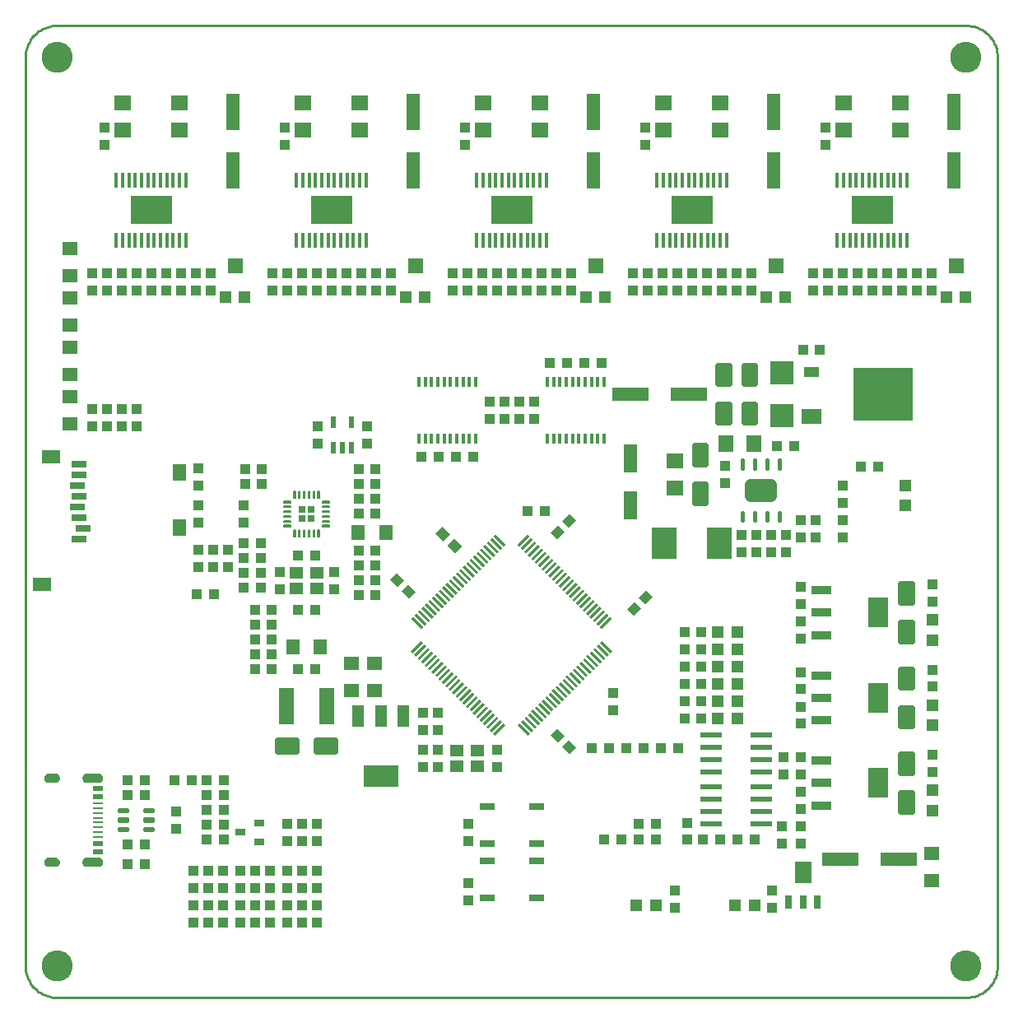
<source format=gbr>
G04 EAGLE Gerber RS-274X export*
G75*
%MOMM*%
%FSLAX34Y34*%
%LPD*%
%INGPT*%
%IPPOS*%
%AMOC8*
5,1,8,0,0,1.08239X$1,22.5*%
G01*
%ADD10R,2.095500X1.524000*%
%ADD11R,0.270000X1.500000*%
%ADD12R,1.500000X0.270000*%
%ADD13R,1.400000X1.200000*%
%ADD14R,1.000000X1.100000*%
%ADD15R,1.100000X1.000000*%
%ADD16R,1.600000X1.400000*%
%ADD17R,1.524000X0.762000*%
%ADD18R,1.200000X1.200000*%
%ADD19R,0.426000X1.650000*%
%ADD20R,4.320000X3.000000*%
%ADD21R,1.800000X1.600000*%
%ADD22R,0.304800X0.990600*%
%ADD23C,0.140000*%
%ADD24R,0.650000X0.650000*%
%ADD25R,1.400000X1.600000*%
%ADD26R,0.550000X1.200000*%
%ADD27R,1.219200X2.235200*%
%ADD28R,3.600000X2.200000*%
%ADD29R,3.800000X1.400000*%
%ADD30R,2.150000X0.950000*%
%ADD31R,2.150000X3.150000*%
%ADD32C,0.510000*%
%ADD33R,1.400000X3.800000*%
%ADD34R,1.400000X1.800000*%
%ADD35R,1.900000X1.400000*%
%ADD36R,1.500000X0.800000*%
%ADD37R,2.200000X0.600000*%
%ADD38R,0.800000X1.400000*%
%ADD39R,1.800000X2.200000*%
%ADD40R,6.200000X5.400000*%
%ADD41R,1.600000X1.000000*%
%ADD42R,2.400000X2.400000*%
%ADD43R,1.400000X3.000000*%
%ADD44C,0.363000*%
%ADD45R,1.016000X0.635000*%
%ADD46R,1.600000X1.500000*%
%ADD47R,1.500000X3.700000*%
%ADD48R,1.600000X1.800000*%
%ADD49C,0.250000*%
%ADD50C,1.200000*%
%ADD51R,2.500000X3.200000*%
%ADD52R,1.000000X0.280000*%
%ADD53R,1.000000X0.560000*%
%ADD54C,0.254000*%

G36*
X470073Y454133D02*
X470073Y454133D01*
X470103Y454141D01*
X470203Y454156D01*
X472769Y454844D01*
X472798Y454857D01*
X472894Y454889D01*
X475302Y456012D01*
X475328Y456030D01*
X475417Y456078D01*
X477593Y457602D01*
X477615Y457624D01*
X477694Y457687D01*
X479573Y459566D01*
X479591Y459591D01*
X479658Y459667D01*
X481182Y461843D01*
X481182Y461844D01*
X481186Y461851D01*
X481195Y461872D01*
X481248Y461958D01*
X482371Y464366D01*
X482379Y464396D01*
X482416Y464491D01*
X483104Y467057D01*
X483107Y467088D01*
X483127Y467187D01*
X483358Y469834D01*
X483356Y469865D01*
X483357Y469907D01*
X483359Y469924D01*
X483358Y469931D01*
X483358Y469966D01*
X483127Y472613D01*
X483119Y472643D01*
X483104Y472743D01*
X482416Y475309D01*
X482403Y475338D01*
X482371Y475434D01*
X481248Y477842D01*
X481230Y477868D01*
X481182Y477957D01*
X479658Y480133D01*
X479636Y480155D01*
X479573Y480234D01*
X477694Y482113D01*
X477669Y482131D01*
X477593Y482198D01*
X475417Y483722D01*
X475388Y483735D01*
X475302Y483788D01*
X472894Y484911D01*
X472864Y484919D01*
X472769Y484956D01*
X470203Y485644D01*
X470172Y485647D01*
X470073Y485667D01*
X467426Y485898D01*
X467395Y485896D01*
X467294Y485898D01*
X464647Y485667D01*
X464617Y485659D01*
X464517Y485644D01*
X461951Y484956D01*
X461922Y484943D01*
X461826Y484911D01*
X459418Y483788D01*
X459392Y483770D01*
X459303Y483722D01*
X457127Y482198D01*
X457105Y482176D01*
X457026Y482113D01*
X455147Y480234D01*
X455129Y480209D01*
X455062Y480133D01*
X453538Y477957D01*
X453525Y477929D01*
X453522Y477926D01*
X453518Y477918D01*
X453472Y477842D01*
X452349Y475434D01*
X452341Y475404D01*
X452304Y475309D01*
X451616Y472743D01*
X451613Y472712D01*
X451593Y472613D01*
X451362Y469966D01*
X451364Y469935D01*
X451362Y469855D01*
X451361Y469846D01*
X451362Y469842D01*
X451362Y469834D01*
X451593Y467187D01*
X451601Y467157D01*
X451616Y467057D01*
X452304Y464491D01*
X452317Y464462D01*
X452349Y464366D01*
X453472Y461958D01*
X453490Y461932D01*
X453538Y461843D01*
X455062Y459667D01*
X455084Y459645D01*
X455147Y459566D01*
X457026Y457687D01*
X457051Y457669D01*
X457127Y457602D01*
X459303Y456078D01*
X459332Y456065D01*
X459418Y456012D01*
X461826Y454889D01*
X461856Y454881D01*
X461951Y454844D01*
X464517Y454156D01*
X464548Y454153D01*
X464647Y454133D01*
X467294Y453902D01*
X467325Y453904D01*
X467426Y453902D01*
X470073Y454133D01*
G37*
G36*
X-464647Y454133D02*
X-464647Y454133D01*
X-464617Y454141D01*
X-464517Y454156D01*
X-461951Y454844D01*
X-461922Y454857D01*
X-461826Y454889D01*
X-459418Y456012D01*
X-459392Y456030D01*
X-459303Y456078D01*
X-457127Y457602D01*
X-457105Y457624D01*
X-457026Y457687D01*
X-455147Y459566D01*
X-455129Y459591D01*
X-455062Y459667D01*
X-453538Y461843D01*
X-453538Y461844D01*
X-453534Y461851D01*
X-453525Y461872D01*
X-453472Y461958D01*
X-452349Y464366D01*
X-452341Y464396D01*
X-452304Y464491D01*
X-451616Y467057D01*
X-451613Y467088D01*
X-451593Y467187D01*
X-451362Y469834D01*
X-451364Y469865D01*
X-451363Y469907D01*
X-451361Y469924D01*
X-451362Y469931D01*
X-451362Y469966D01*
X-451593Y472613D01*
X-451601Y472643D01*
X-451616Y472743D01*
X-452304Y475309D01*
X-452317Y475338D01*
X-452349Y475434D01*
X-453472Y477842D01*
X-453490Y477868D01*
X-453538Y477957D01*
X-455062Y480133D01*
X-455084Y480155D01*
X-455147Y480234D01*
X-457026Y482113D01*
X-457051Y482131D01*
X-457127Y482198D01*
X-459303Y483722D01*
X-459332Y483735D01*
X-459418Y483788D01*
X-461826Y484911D01*
X-461856Y484919D01*
X-461951Y484956D01*
X-464517Y485644D01*
X-464548Y485647D01*
X-464647Y485667D01*
X-467294Y485898D01*
X-467325Y485896D01*
X-467426Y485898D01*
X-470073Y485667D01*
X-470103Y485659D01*
X-470203Y485644D01*
X-472769Y484956D01*
X-472798Y484943D01*
X-472894Y484911D01*
X-475302Y483788D01*
X-475328Y483770D01*
X-475417Y483722D01*
X-477593Y482198D01*
X-477615Y482176D01*
X-477694Y482113D01*
X-479573Y480234D01*
X-479591Y480209D01*
X-479658Y480133D01*
X-481182Y477957D01*
X-481195Y477929D01*
X-481198Y477926D01*
X-481202Y477918D01*
X-481248Y477842D01*
X-482371Y475434D01*
X-482379Y475404D01*
X-482416Y475309D01*
X-483104Y472743D01*
X-483107Y472712D01*
X-483127Y472613D01*
X-483358Y469966D01*
X-483356Y469935D01*
X-483358Y469855D01*
X-483359Y469846D01*
X-483358Y469842D01*
X-483358Y469834D01*
X-483127Y467187D01*
X-483119Y467157D01*
X-483104Y467057D01*
X-482416Y464491D01*
X-482403Y464462D01*
X-482371Y464366D01*
X-481248Y461958D01*
X-481230Y461932D01*
X-481182Y461843D01*
X-479658Y459667D01*
X-479636Y459645D01*
X-479573Y459566D01*
X-477694Y457687D01*
X-477669Y457669D01*
X-477593Y457602D01*
X-475417Y456078D01*
X-475388Y456065D01*
X-475302Y456012D01*
X-472894Y454889D01*
X-472864Y454881D01*
X-472769Y454844D01*
X-470203Y454156D01*
X-470172Y454153D01*
X-470073Y454133D01*
X-467426Y453902D01*
X-467395Y453904D01*
X-467294Y453902D01*
X-464647Y454133D01*
G37*
G36*
X-464647Y-480587D02*
X-464647Y-480587D01*
X-464617Y-480579D01*
X-464517Y-480564D01*
X-461951Y-479876D01*
X-461922Y-479863D01*
X-461826Y-479831D01*
X-459418Y-478708D01*
X-459392Y-478690D01*
X-459303Y-478642D01*
X-457127Y-477118D01*
X-457105Y-477096D01*
X-457026Y-477033D01*
X-455147Y-475154D01*
X-455129Y-475129D01*
X-455062Y-475053D01*
X-453538Y-472877D01*
X-453538Y-472876D01*
X-453534Y-472869D01*
X-453525Y-472848D01*
X-453472Y-472762D01*
X-452349Y-470354D01*
X-452341Y-470324D01*
X-452304Y-470229D01*
X-451616Y-467663D01*
X-451613Y-467632D01*
X-451593Y-467533D01*
X-451362Y-464886D01*
X-451364Y-464855D01*
X-451363Y-464813D01*
X-451361Y-464796D01*
X-451362Y-464789D01*
X-451362Y-464754D01*
X-451593Y-462107D01*
X-451601Y-462077D01*
X-451616Y-461977D01*
X-452304Y-459411D01*
X-452317Y-459382D01*
X-452349Y-459286D01*
X-453472Y-456878D01*
X-453490Y-456852D01*
X-453538Y-456763D01*
X-455062Y-454587D01*
X-455084Y-454565D01*
X-455147Y-454486D01*
X-457026Y-452607D01*
X-457051Y-452589D01*
X-457127Y-452522D01*
X-459303Y-450998D01*
X-459332Y-450985D01*
X-459418Y-450932D01*
X-461826Y-449809D01*
X-461856Y-449801D01*
X-461951Y-449764D01*
X-464517Y-449076D01*
X-464548Y-449073D01*
X-464647Y-449053D01*
X-467294Y-448822D01*
X-467325Y-448824D01*
X-467426Y-448822D01*
X-470073Y-449053D01*
X-470103Y-449061D01*
X-470203Y-449076D01*
X-472769Y-449764D01*
X-472798Y-449777D01*
X-472894Y-449809D01*
X-475302Y-450932D01*
X-475328Y-450950D01*
X-475417Y-450998D01*
X-477593Y-452522D01*
X-477615Y-452544D01*
X-477694Y-452607D01*
X-479573Y-454486D01*
X-479591Y-454511D01*
X-479658Y-454587D01*
X-481182Y-456763D01*
X-481195Y-456791D01*
X-481198Y-456794D01*
X-481202Y-456802D01*
X-481248Y-456878D01*
X-482371Y-459286D01*
X-482379Y-459316D01*
X-482416Y-459411D01*
X-483104Y-461977D01*
X-483107Y-462008D01*
X-483127Y-462107D01*
X-483358Y-464754D01*
X-483356Y-464785D01*
X-483358Y-464865D01*
X-483359Y-464874D01*
X-483358Y-464878D01*
X-483358Y-464886D01*
X-483127Y-467533D01*
X-483119Y-467563D01*
X-483104Y-467663D01*
X-482416Y-470229D01*
X-482403Y-470258D01*
X-482371Y-470354D01*
X-481248Y-472762D01*
X-481230Y-472788D01*
X-481182Y-472877D01*
X-479658Y-475053D01*
X-479636Y-475075D01*
X-479573Y-475154D01*
X-477694Y-477033D01*
X-477669Y-477051D01*
X-477593Y-477118D01*
X-475417Y-478642D01*
X-475388Y-478655D01*
X-475302Y-478708D01*
X-472894Y-479831D01*
X-472864Y-479839D01*
X-472769Y-479876D01*
X-470203Y-480564D01*
X-470172Y-480567D01*
X-470073Y-480587D01*
X-467426Y-480818D01*
X-467395Y-480816D01*
X-467294Y-480818D01*
X-464647Y-480587D01*
G37*
G36*
X470073Y-480587D02*
X470073Y-480587D01*
X470103Y-480579D01*
X470203Y-480564D01*
X472769Y-479876D01*
X472798Y-479863D01*
X472894Y-479831D01*
X475302Y-478708D01*
X475328Y-478690D01*
X475417Y-478642D01*
X477593Y-477118D01*
X477615Y-477096D01*
X477694Y-477033D01*
X479573Y-475154D01*
X479591Y-475129D01*
X479658Y-475053D01*
X481182Y-472877D01*
X481182Y-472876D01*
X481186Y-472869D01*
X481195Y-472848D01*
X481248Y-472762D01*
X482371Y-470354D01*
X482379Y-470324D01*
X482416Y-470229D01*
X483104Y-467663D01*
X483107Y-467632D01*
X483127Y-467533D01*
X483358Y-464886D01*
X483356Y-464855D01*
X483357Y-464813D01*
X483359Y-464796D01*
X483358Y-464789D01*
X483358Y-464754D01*
X483127Y-462107D01*
X483119Y-462077D01*
X483104Y-461977D01*
X482416Y-459411D01*
X482403Y-459382D01*
X482371Y-459286D01*
X481248Y-456878D01*
X481230Y-456852D01*
X481182Y-456763D01*
X479658Y-454587D01*
X479636Y-454565D01*
X479573Y-454486D01*
X477694Y-452607D01*
X477669Y-452589D01*
X477593Y-452522D01*
X475417Y-450998D01*
X475388Y-450985D01*
X475302Y-450932D01*
X472894Y-449809D01*
X472864Y-449801D01*
X472769Y-449764D01*
X470203Y-449076D01*
X470172Y-449073D01*
X470073Y-449053D01*
X467426Y-448822D01*
X467395Y-448824D01*
X467294Y-448822D01*
X464647Y-449053D01*
X464617Y-449061D01*
X464517Y-449076D01*
X461951Y-449764D01*
X461922Y-449777D01*
X461826Y-449809D01*
X459418Y-450932D01*
X459392Y-450950D01*
X459303Y-450998D01*
X457127Y-452522D01*
X457105Y-452544D01*
X457026Y-452607D01*
X455147Y-454486D01*
X455129Y-454511D01*
X455062Y-454587D01*
X453538Y-456763D01*
X453525Y-456791D01*
X453522Y-456794D01*
X453518Y-456802D01*
X453472Y-456878D01*
X452349Y-459286D01*
X452341Y-459316D01*
X452304Y-459411D01*
X451616Y-461977D01*
X451613Y-462008D01*
X451593Y-462107D01*
X451362Y-464754D01*
X451364Y-464785D01*
X451362Y-464865D01*
X451361Y-464874D01*
X451362Y-464878D01*
X451362Y-464886D01*
X451593Y-467533D01*
X451601Y-467563D01*
X451616Y-467663D01*
X452304Y-470229D01*
X452317Y-470258D01*
X452349Y-470354D01*
X453472Y-472762D01*
X453490Y-472788D01*
X453538Y-472877D01*
X455062Y-475053D01*
X455084Y-475075D01*
X455147Y-475154D01*
X457026Y-477033D01*
X457051Y-477051D01*
X457127Y-477118D01*
X459303Y-478642D01*
X459332Y-478655D01*
X459418Y-478708D01*
X461826Y-479831D01*
X461856Y-479839D01*
X461951Y-479876D01*
X464517Y-480564D01*
X464548Y-480567D01*
X464647Y-480587D01*
X467294Y-480818D01*
X467325Y-480816D01*
X467426Y-480818D01*
X470073Y-480587D01*
G37*
G36*
X-424835Y-363206D02*
X-424835Y-363206D01*
X-424832Y-363209D01*
X-423737Y-363029D01*
X-423731Y-363023D01*
X-423726Y-363026D01*
X-422698Y-362607D01*
X-422694Y-362600D01*
X-422689Y-362602D01*
X-421780Y-361965D01*
X-421778Y-361957D01*
X-421772Y-361957D01*
X-421028Y-361134D01*
X-421027Y-361126D01*
X-421021Y-361125D01*
X-420479Y-360157D01*
X-420480Y-360148D01*
X-420474Y-360146D01*
X-420161Y-359082D01*
X-420164Y-359074D01*
X-420159Y-359071D01*
X-420091Y-357963D01*
X-420095Y-357957D01*
X-420091Y-357953D01*
X-420261Y-356845D01*
X-420267Y-356839D01*
X-420264Y-356834D01*
X-420676Y-355792D01*
X-420683Y-355788D01*
X-420681Y-355783D01*
X-421315Y-354858D01*
X-421323Y-354856D01*
X-421322Y-354850D01*
X-422146Y-354090D01*
X-422154Y-354089D01*
X-422154Y-354083D01*
X-423126Y-353526D01*
X-423134Y-353527D01*
X-423136Y-353521D01*
X-424208Y-353194D01*
X-424216Y-353197D01*
X-424219Y-353192D01*
X-425336Y-353111D01*
X-425339Y-353112D01*
X-425340Y-353111D01*
X-437340Y-353111D01*
X-437343Y-353113D01*
X-437350Y-353113D01*
X-437351Y-353112D01*
X-438295Y-353331D01*
X-438301Y-353337D01*
X-438306Y-353335D01*
X-439178Y-353759D01*
X-439181Y-353766D01*
X-439187Y-353764D01*
X-439943Y-354371D01*
X-439945Y-354379D01*
X-439951Y-354379D01*
X-440552Y-355139D01*
X-440552Y-355148D01*
X-440558Y-355149D01*
X-440976Y-356024D01*
X-440974Y-356032D01*
X-440979Y-356034D01*
X-441192Y-356980D01*
X-441188Y-356987D01*
X-441193Y-356991D01*
X-441189Y-357960D01*
X-441189Y-357961D01*
X-441170Y-359029D01*
X-441165Y-359036D01*
X-441169Y-359040D01*
X-440913Y-360077D01*
X-440906Y-360082D01*
X-440909Y-360088D01*
X-440428Y-361042D01*
X-440421Y-361046D01*
X-440422Y-361051D01*
X-439741Y-361875D01*
X-439733Y-361876D01*
X-439733Y-361882D01*
X-438886Y-362533D01*
X-438878Y-362533D01*
X-438877Y-362539D01*
X-437906Y-362986D01*
X-437898Y-362984D01*
X-437896Y-362989D01*
X-436850Y-363208D01*
X-436843Y-363205D01*
X-436840Y-363209D01*
X-424840Y-363209D01*
X-424835Y-363206D01*
G37*
G36*
X-424835Y-276805D02*
X-424835Y-276805D01*
X-424832Y-276809D01*
X-423726Y-276616D01*
X-423721Y-276611D01*
X-423721Y-276610D01*
X-423716Y-276613D01*
X-422681Y-276180D01*
X-422677Y-276173D01*
X-422672Y-276175D01*
X-421759Y-275522D01*
X-421757Y-275514D01*
X-421751Y-275515D01*
X-421007Y-274676D01*
X-421006Y-274667D01*
X-421001Y-274667D01*
X-420462Y-273683D01*
X-420463Y-273675D01*
X-420462Y-273674D01*
X-420458Y-273673D01*
X-420457Y-273671D01*
X-420275Y-273030D01*
X-420151Y-272594D01*
X-420153Y-272589D01*
X-420151Y-272587D01*
X-420153Y-272585D01*
X-420149Y-272583D01*
X-420091Y-271463D01*
X-420094Y-271458D01*
X-420091Y-271455D01*
X-420209Y-270409D01*
X-420215Y-270403D01*
X-420211Y-270398D01*
X-420559Y-269404D01*
X-420566Y-269400D01*
X-420564Y-269395D01*
X-421124Y-268503D01*
X-421131Y-268501D01*
X-421131Y-268495D01*
X-421875Y-267751D01*
X-421883Y-267749D01*
X-421883Y-267744D01*
X-422775Y-267184D01*
X-422783Y-267184D01*
X-422784Y-267179D01*
X-423778Y-266831D01*
X-423786Y-266834D01*
X-423789Y-266829D01*
X-424835Y-266711D01*
X-424838Y-266713D01*
X-424840Y-266711D01*
X-436840Y-266711D01*
X-436843Y-266713D01*
X-436846Y-266713D01*
X-436848Y-266711D01*
X-437844Y-266869D01*
X-437850Y-266875D01*
X-437855Y-266872D01*
X-438791Y-267247D01*
X-438795Y-267254D01*
X-438801Y-267252D01*
X-439630Y-267826D01*
X-439633Y-267834D01*
X-439638Y-267833D01*
X-440319Y-268577D01*
X-440320Y-268586D01*
X-440326Y-268586D01*
X-440824Y-269463D01*
X-440823Y-269472D01*
X-440828Y-269474D01*
X-441016Y-270098D01*
X-441119Y-270439D01*
X-441118Y-270442D01*
X-441119Y-270443D01*
X-441116Y-270447D01*
X-441121Y-270450D01*
X-441189Y-271457D01*
X-441188Y-271459D01*
X-441189Y-271460D01*
X-441180Y-272541D01*
X-441175Y-272548D01*
X-441179Y-272552D01*
X-440930Y-273604D01*
X-440923Y-273609D01*
X-440926Y-273614D01*
X-440449Y-274584D01*
X-440441Y-274587D01*
X-440443Y-274593D01*
X-439762Y-275432D01*
X-439754Y-275434D01*
X-439754Y-275440D01*
X-438904Y-276106D01*
X-438895Y-276107D01*
X-438894Y-276112D01*
X-437917Y-276573D01*
X-437909Y-276571D01*
X-437906Y-276577D01*
X-436851Y-276808D01*
X-436843Y-276805D01*
X-436840Y-276809D01*
X-424840Y-276809D01*
X-424835Y-276805D01*
G37*
G36*
X-469636Y-363206D02*
X-469636Y-363206D01*
X-469634Y-363209D01*
X-468501Y-363059D01*
X-468495Y-363053D01*
X-468490Y-363056D01*
X-467420Y-362658D01*
X-467416Y-362651D01*
X-467410Y-362653D01*
X-466455Y-362026D01*
X-466452Y-362018D01*
X-466447Y-362019D01*
X-465655Y-361196D01*
X-465654Y-361188D01*
X-465648Y-361187D01*
X-465059Y-360208D01*
X-465060Y-360200D01*
X-465055Y-360198D01*
X-464699Y-359113D01*
X-464702Y-359105D01*
X-464697Y-359102D01*
X-464591Y-357965D01*
X-464596Y-357956D01*
X-464592Y-357951D01*
X-464799Y-356814D01*
X-464805Y-356808D01*
X-464802Y-356803D01*
X-465257Y-355741D01*
X-465264Y-355737D01*
X-465262Y-355731D01*
X-465942Y-354796D01*
X-465950Y-354794D01*
X-465949Y-354788D01*
X-466820Y-354028D01*
X-466828Y-354028D01*
X-466829Y-354022D01*
X-467848Y-353475D01*
X-467856Y-353476D01*
X-467858Y-353471D01*
X-468972Y-353164D01*
X-468980Y-353167D01*
X-468983Y-353162D01*
X-470138Y-353111D01*
X-470139Y-353112D01*
X-470140Y-353111D01*
X-476140Y-353111D01*
X-476143Y-353113D01*
X-476148Y-353113D01*
X-476149Y-353112D01*
X-477230Y-353324D01*
X-477235Y-353330D01*
X-477240Y-353327D01*
X-478246Y-353774D01*
X-478250Y-353781D01*
X-478256Y-353779D01*
X-479137Y-354439D01*
X-479140Y-354447D01*
X-479145Y-354447D01*
X-479858Y-355286D01*
X-479858Y-355294D01*
X-479864Y-355295D01*
X-480372Y-356272D01*
X-480371Y-356280D01*
X-480376Y-356282D01*
X-480654Y-357347D01*
X-480651Y-357355D01*
X-480655Y-357358D01*
X-480689Y-358459D01*
X-480686Y-358464D01*
X-480689Y-358467D01*
X-480534Y-359543D01*
X-480528Y-359548D01*
X-480531Y-359553D01*
X-480141Y-360567D01*
X-480134Y-360571D01*
X-480136Y-360577D01*
X-479529Y-361479D01*
X-479521Y-361481D01*
X-479522Y-361487D01*
X-478730Y-362231D01*
X-478722Y-362232D01*
X-478722Y-362238D01*
X-477784Y-362787D01*
X-477776Y-362786D01*
X-477774Y-362792D01*
X-476738Y-363119D01*
X-476730Y-363116D01*
X-476727Y-363121D01*
X-475644Y-363209D01*
X-475641Y-363207D01*
X-475640Y-363209D01*
X-469640Y-363209D01*
X-469636Y-363206D01*
G37*
G36*
X-469637Y-276807D02*
X-469637Y-276807D01*
X-469636Y-276809D01*
X-468543Y-276708D01*
X-468537Y-276703D01*
X-468532Y-276706D01*
X-467489Y-276365D01*
X-467484Y-276358D01*
X-467479Y-276360D01*
X-466538Y-275796D01*
X-466535Y-275788D01*
X-466529Y-275789D01*
X-465737Y-275029D01*
X-465736Y-275021D01*
X-465730Y-275020D01*
X-465128Y-274103D01*
X-465128Y-274095D01*
X-465123Y-274093D01*
X-464739Y-273065D01*
X-464741Y-273057D01*
X-464736Y-273054D01*
X-464591Y-271967D01*
X-464595Y-271959D01*
X-464591Y-271955D01*
X-464697Y-270818D01*
X-464702Y-270812D01*
X-464699Y-270807D01*
X-465055Y-269722D01*
X-465062Y-269717D01*
X-465059Y-269712D01*
X-465648Y-268733D01*
X-465656Y-268730D01*
X-465655Y-268724D01*
X-466447Y-267901D01*
X-466455Y-267900D01*
X-466455Y-267894D01*
X-467410Y-267267D01*
X-467418Y-267268D01*
X-467420Y-267262D01*
X-468490Y-266864D01*
X-468498Y-266866D01*
X-468501Y-266861D01*
X-469634Y-266711D01*
X-469637Y-266713D01*
X-469638Y-266713D01*
X-469640Y-266711D01*
X-475640Y-266711D01*
X-475643Y-266713D01*
X-475645Y-266713D01*
X-475646Y-266711D01*
X-476779Y-266861D01*
X-476785Y-266867D01*
X-476790Y-266864D01*
X-477860Y-267262D01*
X-477864Y-267269D01*
X-477870Y-267267D01*
X-478825Y-267894D01*
X-478828Y-267902D01*
X-478833Y-267901D01*
X-479625Y-268724D01*
X-479626Y-268732D01*
X-479632Y-268733D01*
X-480221Y-269712D01*
X-480220Y-269720D01*
X-480225Y-269722D01*
X-480581Y-270807D01*
X-480579Y-270815D01*
X-480583Y-270818D01*
X-480689Y-271955D01*
X-480685Y-271962D01*
X-480689Y-271967D01*
X-480544Y-273054D01*
X-480538Y-273060D01*
X-480541Y-273065D01*
X-480158Y-274093D01*
X-480151Y-274098D01*
X-480153Y-274103D01*
X-479550Y-275020D01*
X-479542Y-275023D01*
X-479543Y-275029D01*
X-478751Y-275789D01*
X-478743Y-275790D01*
X-478742Y-275796D01*
X-477801Y-276360D01*
X-477793Y-276359D01*
X-477791Y-276365D01*
X-476748Y-276706D01*
X-476740Y-276704D01*
X-476737Y-276708D01*
X-475645Y-276809D01*
X-475642Y-276807D01*
X-475640Y-276809D01*
X-469640Y-276809D01*
X-469637Y-276807D01*
G37*
D10*
X308928Y100330D03*
D11*
G36*
X8026Y-33490D02*
X6117Y-31581D01*
X16722Y-20976D01*
X18631Y-22885D01*
X8026Y-33490D01*
G37*
G36*
X11562Y-37025D02*
X9653Y-35116D01*
X20258Y-24511D01*
X22167Y-26420D01*
X11562Y-37025D01*
G37*
G36*
X15097Y-40561D02*
X13188Y-38652D01*
X23793Y-28047D01*
X25702Y-29956D01*
X15097Y-40561D01*
G37*
G36*
X18633Y-44096D02*
X16724Y-42187D01*
X27329Y-31582D01*
X29238Y-33491D01*
X18633Y-44096D01*
G37*
G36*
X22169Y-47632D02*
X20260Y-45723D01*
X30865Y-35118D01*
X32774Y-37027D01*
X22169Y-47632D01*
G37*
G36*
X25704Y-51167D02*
X23795Y-49258D01*
X34400Y-38653D01*
X36309Y-40562D01*
X25704Y-51167D01*
G37*
G36*
X29240Y-54703D02*
X27331Y-52794D01*
X37936Y-42189D01*
X39845Y-44098D01*
X29240Y-54703D01*
G37*
G36*
X32775Y-58239D02*
X30866Y-56330D01*
X41471Y-45725D01*
X43380Y-47634D01*
X32775Y-58239D01*
G37*
G36*
X36311Y-61774D02*
X34402Y-59865D01*
X45007Y-49260D01*
X46916Y-51169D01*
X36311Y-61774D01*
G37*
G36*
X39846Y-65310D02*
X37937Y-63401D01*
X48542Y-52796D01*
X50451Y-54705D01*
X39846Y-65310D01*
G37*
G36*
X43382Y-68845D02*
X41473Y-66936D01*
X52078Y-56331D01*
X53987Y-58240D01*
X43382Y-68845D01*
G37*
G36*
X46917Y-72381D02*
X45008Y-70472D01*
X55613Y-59867D01*
X57522Y-61776D01*
X46917Y-72381D01*
G37*
G36*
X50453Y-75916D02*
X48544Y-74007D01*
X59149Y-63402D01*
X61058Y-65311D01*
X50453Y-75916D01*
G37*
G36*
X53988Y-79452D02*
X52079Y-77543D01*
X62684Y-66938D01*
X64593Y-68847D01*
X53988Y-79452D01*
G37*
G36*
X57524Y-82987D02*
X55615Y-81078D01*
X66220Y-70473D01*
X68129Y-72382D01*
X57524Y-82987D01*
G37*
G36*
X61059Y-86523D02*
X59150Y-84614D01*
X69755Y-74009D01*
X71664Y-75918D01*
X61059Y-86523D01*
G37*
G36*
X64595Y-90058D02*
X62686Y-88149D01*
X73291Y-77544D01*
X75200Y-79453D01*
X64595Y-90058D01*
G37*
G36*
X68130Y-93594D02*
X66221Y-91685D01*
X76826Y-81080D01*
X78735Y-82989D01*
X68130Y-93594D01*
G37*
G36*
X71666Y-97129D02*
X69757Y-95220D01*
X80362Y-84615D01*
X82271Y-86524D01*
X71666Y-97129D01*
G37*
G36*
X75202Y-100665D02*
X73293Y-98756D01*
X83898Y-88151D01*
X85807Y-90060D01*
X75202Y-100665D01*
G37*
G36*
X78737Y-104200D02*
X76828Y-102291D01*
X87433Y-91686D01*
X89342Y-93595D01*
X78737Y-104200D01*
G37*
G36*
X82273Y-107736D02*
X80364Y-105827D01*
X90969Y-95222D01*
X92878Y-97131D01*
X82273Y-107736D01*
G37*
G36*
X85808Y-111272D02*
X83899Y-109363D01*
X94504Y-98758D01*
X96413Y-100667D01*
X85808Y-111272D01*
G37*
G36*
X89344Y-114807D02*
X87435Y-112898D01*
X98040Y-102293D01*
X99949Y-104202D01*
X89344Y-114807D01*
G37*
G36*
X92879Y-118343D02*
X90970Y-116434D01*
X101575Y-105829D01*
X103484Y-107738D01*
X92879Y-118343D01*
G37*
G36*
X-101575Y-143091D02*
X-103484Y-141182D01*
X-92879Y-130577D01*
X-90970Y-132486D01*
X-101575Y-143091D01*
G37*
G36*
X-98040Y-146627D02*
X-99949Y-144718D01*
X-89344Y-134113D01*
X-87435Y-136022D01*
X-98040Y-146627D01*
G37*
G36*
X-94504Y-150162D02*
X-96413Y-148253D01*
X-85808Y-137648D01*
X-83899Y-139557D01*
X-94504Y-150162D01*
G37*
G36*
X-90969Y-153698D02*
X-92878Y-151789D01*
X-82273Y-141184D01*
X-80364Y-143093D01*
X-90969Y-153698D01*
G37*
G36*
X-87433Y-157234D02*
X-89342Y-155325D01*
X-78737Y-144720D01*
X-76828Y-146629D01*
X-87433Y-157234D01*
G37*
G36*
X-83898Y-160769D02*
X-85807Y-158860D01*
X-75202Y-148255D01*
X-73293Y-150164D01*
X-83898Y-160769D01*
G37*
G36*
X-80362Y-164305D02*
X-82271Y-162396D01*
X-71666Y-151791D01*
X-69757Y-153700D01*
X-80362Y-164305D01*
G37*
G36*
X-76826Y-167840D02*
X-78735Y-165931D01*
X-68130Y-155326D01*
X-66221Y-157235D01*
X-76826Y-167840D01*
G37*
G36*
X-73291Y-171376D02*
X-75200Y-169467D01*
X-64595Y-158862D01*
X-62686Y-160771D01*
X-73291Y-171376D01*
G37*
G36*
X-69755Y-174911D02*
X-71664Y-173002D01*
X-61059Y-162397D01*
X-59150Y-164306D01*
X-69755Y-174911D01*
G37*
G36*
X-66220Y-178447D02*
X-68129Y-176538D01*
X-57524Y-165933D01*
X-55615Y-167842D01*
X-66220Y-178447D01*
G37*
G36*
X-62684Y-181982D02*
X-64593Y-180073D01*
X-53988Y-169468D01*
X-52079Y-171377D01*
X-62684Y-181982D01*
G37*
G36*
X-59149Y-185518D02*
X-61058Y-183609D01*
X-50453Y-173004D01*
X-48544Y-174913D01*
X-59149Y-185518D01*
G37*
G36*
X-55613Y-189053D02*
X-57522Y-187144D01*
X-46917Y-176539D01*
X-45008Y-178448D01*
X-55613Y-189053D01*
G37*
G36*
X-52078Y-192589D02*
X-53987Y-190680D01*
X-43382Y-180075D01*
X-41473Y-181984D01*
X-52078Y-192589D01*
G37*
G36*
X-48542Y-196124D02*
X-50451Y-194215D01*
X-39846Y-183610D01*
X-37937Y-185519D01*
X-48542Y-196124D01*
G37*
G36*
X-45007Y-199660D02*
X-46916Y-197751D01*
X-36311Y-187146D01*
X-34402Y-189055D01*
X-45007Y-199660D01*
G37*
G36*
X-41471Y-203195D02*
X-43380Y-201286D01*
X-32775Y-190681D01*
X-30866Y-192590D01*
X-41471Y-203195D01*
G37*
G36*
X-37936Y-206731D02*
X-39845Y-204822D01*
X-29240Y-194217D01*
X-27331Y-196126D01*
X-37936Y-206731D01*
G37*
G36*
X-34400Y-210267D02*
X-36309Y-208358D01*
X-25704Y-197753D01*
X-23795Y-199662D01*
X-34400Y-210267D01*
G37*
G36*
X-30865Y-213802D02*
X-32774Y-211893D01*
X-22169Y-201288D01*
X-20260Y-203197D01*
X-30865Y-213802D01*
G37*
G36*
X-27329Y-217338D02*
X-29238Y-215429D01*
X-18633Y-204824D01*
X-16724Y-206733D01*
X-27329Y-217338D01*
G37*
G36*
X-23793Y-220873D02*
X-25702Y-218964D01*
X-15097Y-208359D01*
X-13188Y-210268D01*
X-23793Y-220873D01*
G37*
G36*
X-20258Y-224409D02*
X-22167Y-222500D01*
X-11562Y-211895D01*
X-9653Y-213804D01*
X-20258Y-224409D01*
G37*
G36*
X-16722Y-227944D02*
X-18631Y-226035D01*
X-8026Y-215430D01*
X-6117Y-217339D01*
X-16722Y-227944D01*
G37*
D12*
G36*
X16722Y-227944D02*
X6117Y-217339D01*
X8026Y-215430D01*
X18631Y-226035D01*
X16722Y-227944D01*
G37*
G36*
X20258Y-224409D02*
X9653Y-213804D01*
X11562Y-211895D01*
X22167Y-222500D01*
X20258Y-224409D01*
G37*
G36*
X23793Y-220873D02*
X13188Y-210268D01*
X15097Y-208359D01*
X25702Y-218964D01*
X23793Y-220873D01*
G37*
G36*
X27329Y-217338D02*
X16724Y-206733D01*
X18633Y-204824D01*
X29238Y-215429D01*
X27329Y-217338D01*
G37*
G36*
X30865Y-213802D02*
X20260Y-203197D01*
X22169Y-201288D01*
X32774Y-211893D01*
X30865Y-213802D01*
G37*
G36*
X34400Y-210267D02*
X23795Y-199662D01*
X25704Y-197753D01*
X36309Y-208358D01*
X34400Y-210267D01*
G37*
G36*
X37936Y-206731D02*
X27331Y-196126D01*
X29240Y-194217D01*
X39845Y-204822D01*
X37936Y-206731D01*
G37*
G36*
X41471Y-203195D02*
X30866Y-192590D01*
X32775Y-190681D01*
X43380Y-201286D01*
X41471Y-203195D01*
G37*
G36*
X45007Y-199660D02*
X34402Y-189055D01*
X36311Y-187146D01*
X46916Y-197751D01*
X45007Y-199660D01*
G37*
G36*
X48542Y-196124D02*
X37937Y-185519D01*
X39846Y-183610D01*
X50451Y-194215D01*
X48542Y-196124D01*
G37*
G36*
X52078Y-192589D02*
X41473Y-181984D01*
X43382Y-180075D01*
X53987Y-190680D01*
X52078Y-192589D01*
G37*
G36*
X55613Y-189053D02*
X45008Y-178448D01*
X46917Y-176539D01*
X57522Y-187144D01*
X55613Y-189053D01*
G37*
G36*
X59149Y-185518D02*
X48544Y-174913D01*
X50453Y-173004D01*
X61058Y-183609D01*
X59149Y-185518D01*
G37*
G36*
X62684Y-181982D02*
X52079Y-171377D01*
X53988Y-169468D01*
X64593Y-180073D01*
X62684Y-181982D01*
G37*
G36*
X66220Y-178447D02*
X55615Y-167842D01*
X57524Y-165933D01*
X68129Y-176538D01*
X66220Y-178447D01*
G37*
G36*
X69755Y-174911D02*
X59150Y-164306D01*
X61059Y-162397D01*
X71664Y-173002D01*
X69755Y-174911D01*
G37*
G36*
X73291Y-171376D02*
X62686Y-160771D01*
X64595Y-158862D01*
X75200Y-169467D01*
X73291Y-171376D01*
G37*
G36*
X76826Y-167840D02*
X66221Y-157235D01*
X68130Y-155326D01*
X78735Y-165931D01*
X76826Y-167840D01*
G37*
G36*
X80362Y-164305D02*
X69757Y-153700D01*
X71666Y-151791D01*
X82271Y-162396D01*
X80362Y-164305D01*
G37*
G36*
X83898Y-160769D02*
X73293Y-150164D01*
X75202Y-148255D01*
X85807Y-158860D01*
X83898Y-160769D01*
G37*
G36*
X87433Y-157234D02*
X76828Y-146629D01*
X78737Y-144720D01*
X89342Y-155325D01*
X87433Y-157234D01*
G37*
G36*
X90969Y-153698D02*
X80364Y-143093D01*
X82273Y-141184D01*
X92878Y-151789D01*
X90969Y-153698D01*
G37*
G36*
X94504Y-150162D02*
X83899Y-139557D01*
X85808Y-137648D01*
X96413Y-148253D01*
X94504Y-150162D01*
G37*
G36*
X98040Y-146627D02*
X87435Y-136022D01*
X89344Y-134113D01*
X99949Y-144718D01*
X98040Y-146627D01*
G37*
G36*
X101575Y-143091D02*
X90970Y-132486D01*
X92879Y-130577D01*
X103484Y-141182D01*
X101575Y-143091D01*
G37*
G36*
X-8026Y-33490D02*
X-18631Y-22885D01*
X-16722Y-20976D01*
X-6117Y-31581D01*
X-8026Y-33490D01*
G37*
G36*
X-11562Y-37025D02*
X-22167Y-26420D01*
X-20258Y-24511D01*
X-9653Y-35116D01*
X-11562Y-37025D01*
G37*
G36*
X-15097Y-40561D02*
X-25702Y-29956D01*
X-23793Y-28047D01*
X-13188Y-38652D01*
X-15097Y-40561D01*
G37*
G36*
X-18633Y-44096D02*
X-29238Y-33491D01*
X-27329Y-31582D01*
X-16724Y-42187D01*
X-18633Y-44096D01*
G37*
G36*
X-22169Y-47632D02*
X-32774Y-37027D01*
X-30865Y-35118D01*
X-20260Y-45723D01*
X-22169Y-47632D01*
G37*
G36*
X-25704Y-51167D02*
X-36309Y-40562D01*
X-34400Y-38653D01*
X-23795Y-49258D01*
X-25704Y-51167D01*
G37*
G36*
X-29240Y-54703D02*
X-39845Y-44098D01*
X-37936Y-42189D01*
X-27331Y-52794D01*
X-29240Y-54703D01*
G37*
G36*
X-32775Y-58239D02*
X-43380Y-47634D01*
X-41471Y-45725D01*
X-30866Y-56330D01*
X-32775Y-58239D01*
G37*
G36*
X-36311Y-61774D02*
X-46916Y-51169D01*
X-45007Y-49260D01*
X-34402Y-59865D01*
X-36311Y-61774D01*
G37*
G36*
X-39846Y-65310D02*
X-50451Y-54705D01*
X-48542Y-52796D01*
X-37937Y-63401D01*
X-39846Y-65310D01*
G37*
G36*
X-43382Y-68845D02*
X-53987Y-58240D01*
X-52078Y-56331D01*
X-41473Y-66936D01*
X-43382Y-68845D01*
G37*
G36*
X-46917Y-72381D02*
X-57522Y-61776D01*
X-55613Y-59867D01*
X-45008Y-70472D01*
X-46917Y-72381D01*
G37*
G36*
X-50453Y-75916D02*
X-61058Y-65311D01*
X-59149Y-63402D01*
X-48544Y-74007D01*
X-50453Y-75916D01*
G37*
G36*
X-53988Y-79452D02*
X-64593Y-68847D01*
X-62684Y-66938D01*
X-52079Y-77543D01*
X-53988Y-79452D01*
G37*
G36*
X-57524Y-82987D02*
X-68129Y-72382D01*
X-66220Y-70473D01*
X-55615Y-81078D01*
X-57524Y-82987D01*
G37*
G36*
X-61059Y-86523D02*
X-71664Y-75918D01*
X-69755Y-74009D01*
X-59150Y-84614D01*
X-61059Y-86523D01*
G37*
G36*
X-64595Y-90058D02*
X-75200Y-79453D01*
X-73291Y-77544D01*
X-62686Y-88149D01*
X-64595Y-90058D01*
G37*
G36*
X-68130Y-93594D02*
X-78735Y-82989D01*
X-76826Y-81080D01*
X-66221Y-91685D01*
X-68130Y-93594D01*
G37*
G36*
X-71666Y-97129D02*
X-82271Y-86524D01*
X-80362Y-84615D01*
X-69757Y-95220D01*
X-71666Y-97129D01*
G37*
G36*
X-75202Y-100665D02*
X-85807Y-90060D01*
X-83898Y-88151D01*
X-73293Y-98756D01*
X-75202Y-100665D01*
G37*
G36*
X-78737Y-104200D02*
X-89342Y-93595D01*
X-87433Y-91686D01*
X-76828Y-102291D01*
X-78737Y-104200D01*
G37*
G36*
X-82273Y-107736D02*
X-92878Y-97131D01*
X-90969Y-95222D01*
X-80364Y-105827D01*
X-82273Y-107736D01*
G37*
G36*
X-85808Y-111272D02*
X-96413Y-100667D01*
X-94504Y-98758D01*
X-83899Y-109363D01*
X-85808Y-111272D01*
G37*
G36*
X-89344Y-114807D02*
X-99949Y-104202D01*
X-98040Y-102293D01*
X-87435Y-112898D01*
X-89344Y-114807D01*
G37*
G36*
X-92879Y-118343D02*
X-103484Y-107738D01*
X-101575Y-105829D01*
X-90970Y-116434D01*
X-92879Y-118343D01*
G37*
D13*
X-34720Y-259460D03*
X-56720Y-259460D03*
X-34720Y-243460D03*
X-56720Y-243460D03*
D14*
X-76200Y-259960D03*
X-76200Y-242960D03*
X-15240Y-242960D03*
X-15240Y-259960D03*
D15*
G36*
X130666Y-85783D02*
X138443Y-78006D01*
X145514Y-85077D01*
X137737Y-92854D01*
X130666Y-85783D01*
G37*
G36*
X118646Y-97803D02*
X126423Y-90026D01*
X133494Y-97097D01*
X125717Y-104874D01*
X118646Y-97803D01*
G37*
D14*
X104140Y-201540D03*
X104140Y-184540D03*
D15*
G36*
X58997Y-232266D02*
X66774Y-240043D01*
X59703Y-247114D01*
X51926Y-239337D01*
X58997Y-232266D01*
G37*
G36*
X46977Y-220246D02*
X54754Y-228023D01*
X47683Y-235094D01*
X39906Y-227317D01*
X46977Y-220246D01*
G37*
G36*
X-117417Y-75074D02*
X-125194Y-67297D01*
X-118123Y-60226D01*
X-110346Y-68003D01*
X-117417Y-75074D01*
G37*
G36*
X-105397Y-87094D02*
X-113174Y-79317D01*
X-106103Y-72246D01*
X-98326Y-80023D01*
X-105397Y-87094D01*
G37*
G36*
X-70427Y-28084D02*
X-78204Y-20307D01*
X-71133Y-13236D01*
X-63356Y-21013D01*
X-70427Y-28084D01*
G37*
G36*
X-58407Y-40104D02*
X-66184Y-32327D01*
X-59113Y-25256D01*
X-51336Y-33033D01*
X-58407Y-40104D01*
G37*
D14*
X-91440Y-259960D03*
X-91440Y-242960D03*
D16*
X-140970Y-153640D03*
X-140970Y-181640D03*
D14*
X-76200Y-204860D03*
X-76200Y-221860D03*
X-44450Y-397120D03*
X-44450Y-380120D03*
D15*
X-313300Y-304800D03*
X-296300Y-304800D03*
X-313300Y-289560D03*
X-296300Y-289560D03*
X-313300Y-274320D03*
X-296300Y-274320D03*
X-296300Y-320040D03*
X-313300Y-320040D03*
D14*
X-292100Y-37220D03*
X-292100Y-54220D03*
X-44450Y-319160D03*
X-44450Y-336160D03*
D15*
X82940Y-241300D03*
X99940Y-241300D03*
X118500Y-241300D03*
X135500Y-241300D03*
D17*
X-25400Y-356870D03*
X25400Y-356870D03*
X-25400Y-394970D03*
X25400Y-394970D03*
D18*
X232750Y-210820D03*
X211750Y-210820D03*
X232750Y-193040D03*
X211750Y-193040D03*
X232750Y-175260D03*
X211750Y-175260D03*
X232750Y-157480D03*
X211750Y-157480D03*
D15*
X195190Y-210820D03*
X178190Y-210820D03*
X195190Y-193040D03*
X178190Y-193040D03*
X195190Y-175260D03*
X178190Y-175260D03*
X195190Y-157480D03*
X178190Y-157480D03*
D14*
X-200660Y-336160D03*
X-200660Y-319160D03*
X-215900Y-319160D03*
X-215900Y-336160D03*
X-322580Y-54220D03*
X-322580Y-37220D03*
X-322580Y29600D03*
X-322580Y46600D03*
X-307340Y-54220D03*
X-307340Y-37220D03*
D17*
X25400Y-339090D03*
X-25400Y-339090D03*
X25400Y-300990D03*
X-25400Y-300990D03*
D15*
G36*
X51926Y-7043D02*
X59703Y734D01*
X66774Y-6337D01*
X58997Y-14114D01*
X51926Y-7043D01*
G37*
G36*
X39906Y-19063D02*
X47683Y-11286D01*
X54754Y-18357D01*
X46977Y-26134D01*
X39906Y-19063D01*
G37*
D16*
X-454660Y273080D03*
X-454660Y245080D03*
X-454660Y222280D03*
X-454660Y194280D03*
X-454660Y171480D03*
X-454660Y143480D03*
D15*
X-39760Y58420D03*
X-56760Y58420D03*
X-92320Y58420D03*
X-75320Y58420D03*
D19*
X-406590Y342920D03*
X-400090Y342920D03*
X-393590Y342920D03*
X-387090Y342920D03*
X-380590Y342920D03*
X-374090Y342920D03*
X-367590Y342920D03*
X-361090Y342920D03*
X-354590Y342920D03*
X-348090Y342920D03*
X-341590Y342920D03*
X-335090Y342920D03*
X-406590Y281920D03*
X-400090Y281920D03*
X-393590Y281920D03*
X-387090Y281920D03*
X-380590Y281920D03*
X-374090Y281920D03*
X-367590Y281920D03*
X-361090Y281920D03*
X-354590Y281920D03*
X-348090Y281920D03*
X-341590Y281920D03*
X-335090Y281920D03*
D20*
X-370840Y312420D03*
D14*
X-431800Y247260D03*
X-431800Y230260D03*
X-416560Y230260D03*
X-416560Y247260D03*
X-325120Y247260D03*
X-325120Y230260D03*
X-370840Y247260D03*
X-370840Y230260D03*
X-401320Y230260D03*
X-401320Y247260D03*
X-340360Y247260D03*
X-340360Y230260D03*
D21*
X-341630Y422940D03*
X-341630Y394940D03*
X-400050Y422940D03*
X-400050Y394940D03*
D19*
X-221170Y342920D03*
X-214670Y342920D03*
X-208170Y342920D03*
X-201670Y342920D03*
X-195170Y342920D03*
X-188670Y342920D03*
X-182170Y342920D03*
X-175670Y342920D03*
X-169170Y342920D03*
X-162670Y342920D03*
X-156170Y342920D03*
X-149670Y342920D03*
X-221170Y281920D03*
X-214670Y281920D03*
X-208170Y281920D03*
X-201670Y281920D03*
X-195170Y281920D03*
X-188670Y281920D03*
X-182170Y281920D03*
X-175670Y281920D03*
X-169170Y281920D03*
X-162670Y281920D03*
X-156170Y281920D03*
X-149670Y281920D03*
D20*
X-185420Y312420D03*
D14*
X-246380Y247260D03*
X-246380Y230260D03*
X-231140Y230260D03*
X-231140Y247260D03*
X-139700Y247260D03*
X-139700Y230260D03*
X-185420Y247260D03*
X-185420Y230260D03*
X-215900Y230260D03*
X-215900Y247260D03*
X-154940Y247260D03*
X-154940Y230260D03*
D21*
X-156210Y422940D03*
X-156210Y394940D03*
X-214630Y422940D03*
X-214630Y394940D03*
D19*
X-35750Y342920D03*
X-29250Y342920D03*
X-22750Y342920D03*
X-16250Y342920D03*
X-9750Y342920D03*
X-3250Y342920D03*
X3250Y342920D03*
X9750Y342920D03*
X16250Y342920D03*
X22750Y342920D03*
X29250Y342920D03*
X35750Y342920D03*
X-35750Y281920D03*
X-29250Y281920D03*
X-22750Y281920D03*
X-16250Y281920D03*
X-9750Y281920D03*
X-3250Y281920D03*
X3250Y281920D03*
X9750Y281920D03*
X16250Y281920D03*
X22750Y281920D03*
X29250Y281920D03*
X35750Y281920D03*
D20*
X0Y312420D03*
D14*
X-60960Y247260D03*
X-60960Y230260D03*
X-45720Y230260D03*
X-45720Y247260D03*
X45720Y247260D03*
X45720Y230260D03*
X0Y247260D03*
X0Y230260D03*
X-30480Y230260D03*
X-30480Y247260D03*
X30480Y247260D03*
X30480Y230260D03*
D21*
X29210Y422940D03*
X29210Y394940D03*
X-29210Y422940D03*
X-29210Y394940D03*
D19*
X149670Y342920D03*
X156170Y342920D03*
X162670Y342920D03*
X169170Y342920D03*
X175670Y342920D03*
X182170Y342920D03*
X188670Y342920D03*
X195170Y342920D03*
X201670Y342920D03*
X208170Y342920D03*
X214670Y342920D03*
X221170Y342920D03*
X149670Y281920D03*
X156170Y281920D03*
X162670Y281920D03*
X169170Y281920D03*
X175670Y281920D03*
X182170Y281920D03*
X188670Y281920D03*
X195170Y281920D03*
X201670Y281920D03*
X208170Y281920D03*
X214670Y281920D03*
X221170Y281920D03*
D20*
X185420Y312420D03*
D14*
X124460Y247260D03*
X124460Y230260D03*
X139700Y230260D03*
X139700Y247260D03*
X231140Y247260D03*
X231140Y230260D03*
X185420Y247260D03*
X185420Y230260D03*
X154940Y230260D03*
X154940Y247260D03*
X215900Y247260D03*
X215900Y230260D03*
D21*
X214630Y422940D03*
X214630Y394940D03*
X156210Y422940D03*
X156210Y394940D03*
D16*
X-454660Y120680D03*
X-454660Y92680D03*
D14*
X-22860Y115180D03*
X-22860Y98180D03*
X-355600Y230260D03*
X-355600Y247260D03*
X-170180Y247260D03*
X-170180Y230260D03*
X15240Y247260D03*
X15240Y230260D03*
X200660Y247260D03*
X200660Y230260D03*
D22*
X-36790Y135858D03*
X-43290Y135858D03*
X-49790Y135858D03*
X-56290Y135858D03*
X-62790Y135858D03*
X-69290Y135858D03*
X-75790Y135858D03*
X-82290Y135858D03*
X-88790Y135858D03*
X-95290Y135858D03*
X-95290Y77502D03*
X-88790Y77502D03*
X-82290Y77502D03*
X-75790Y77502D03*
X-69290Y77502D03*
X-62790Y77502D03*
X-56290Y77502D03*
X-49790Y77502D03*
X-43290Y77502D03*
X-36790Y77502D03*
D14*
X7620Y115180D03*
X7620Y98180D03*
X-7620Y115180D03*
X-7620Y98180D03*
X-419100Y380120D03*
X-419100Y397120D03*
X-233680Y380120D03*
X-233680Y397120D03*
X137160Y380120D03*
X137160Y397120D03*
X-48260Y380120D03*
X-48260Y397120D03*
X-386080Y247260D03*
X-386080Y230260D03*
X-200660Y247260D03*
X-200660Y230260D03*
X-15240Y247260D03*
X-15240Y230260D03*
X170180Y247260D03*
X170180Y230260D03*
D23*
X-224020Y-16700D02*
X-224020Y-23300D01*
X-224020Y-16700D02*
X-222620Y-16700D01*
X-222620Y-23300D01*
X-224020Y-23300D01*
X-224020Y-21970D02*
X-222620Y-21970D01*
X-222620Y-20640D02*
X-224020Y-20640D01*
X-224020Y-19310D02*
X-222620Y-19310D01*
X-222620Y-17980D02*
X-224020Y-17980D01*
X-219020Y-16700D02*
X-219020Y-23300D01*
X-219020Y-16700D02*
X-217620Y-16700D01*
X-217620Y-23300D01*
X-219020Y-23300D01*
X-219020Y-21970D02*
X-217620Y-21970D01*
X-217620Y-20640D02*
X-219020Y-20640D01*
X-219020Y-19310D02*
X-217620Y-19310D01*
X-217620Y-17980D02*
X-219020Y-17980D01*
X-214020Y-16700D02*
X-214020Y-23300D01*
X-214020Y-16700D02*
X-212620Y-16700D01*
X-212620Y-23300D01*
X-214020Y-23300D01*
X-214020Y-21970D02*
X-212620Y-21970D01*
X-212620Y-20640D02*
X-214020Y-20640D01*
X-214020Y-19310D02*
X-212620Y-19310D01*
X-212620Y-17980D02*
X-214020Y-17980D01*
X-209020Y-16700D02*
X-209020Y-23300D01*
X-209020Y-16700D02*
X-207620Y-16700D01*
X-207620Y-23300D01*
X-209020Y-23300D01*
X-209020Y-21970D02*
X-207620Y-21970D01*
X-207620Y-20640D02*
X-209020Y-20640D01*
X-209020Y-19310D02*
X-207620Y-19310D01*
X-207620Y-17980D02*
X-209020Y-17980D01*
X-204020Y-16700D02*
X-204020Y-23300D01*
X-204020Y-16700D02*
X-202620Y-16700D01*
X-202620Y-23300D01*
X-204020Y-23300D01*
X-204020Y-21970D02*
X-202620Y-21970D01*
X-202620Y-20640D02*
X-204020Y-20640D01*
X-204020Y-19310D02*
X-202620Y-19310D01*
X-202620Y-17980D02*
X-204020Y-17980D01*
X-199020Y-16700D02*
X-199020Y-23300D01*
X-199020Y-16700D02*
X-197620Y-16700D01*
X-197620Y-23300D01*
X-199020Y-23300D01*
X-199020Y-21970D02*
X-197620Y-21970D01*
X-197620Y-20640D02*
X-199020Y-20640D01*
X-199020Y-19310D02*
X-197620Y-19310D01*
X-197620Y-17980D02*
X-199020Y-17980D01*
X-194120Y-11800D02*
X-187520Y-11800D01*
X-187520Y-13200D01*
X-194120Y-13200D01*
X-194120Y-11800D01*
X-194120Y-11870D02*
X-187520Y-11870D01*
X-187520Y-6800D02*
X-194120Y-6800D01*
X-187520Y-6800D02*
X-187520Y-8200D01*
X-194120Y-8200D01*
X-194120Y-6800D01*
X-194120Y-6870D02*
X-187520Y-6870D01*
X-187520Y-1800D02*
X-194120Y-1800D01*
X-187520Y-1800D02*
X-187520Y-3200D01*
X-194120Y-3200D01*
X-194120Y-1800D01*
X-194120Y-1870D02*
X-187520Y-1870D01*
X-187520Y3200D02*
X-194120Y3200D01*
X-187520Y3200D02*
X-187520Y1800D01*
X-194120Y1800D01*
X-194120Y3200D01*
X-194120Y3130D02*
X-187520Y3130D01*
X-187520Y8200D02*
X-194120Y8200D01*
X-187520Y8200D02*
X-187520Y6800D01*
X-194120Y6800D01*
X-194120Y8200D01*
X-194120Y8130D02*
X-187520Y8130D01*
X-187520Y13200D02*
X-194120Y13200D01*
X-187520Y13200D02*
X-187520Y11800D01*
X-194120Y11800D01*
X-194120Y13200D01*
X-194120Y13130D02*
X-187520Y13130D01*
X-197620Y16700D02*
X-197620Y23300D01*
X-197620Y16700D02*
X-199020Y16700D01*
X-199020Y23300D01*
X-197620Y23300D01*
X-197620Y18030D02*
X-199020Y18030D01*
X-199020Y19360D02*
X-197620Y19360D01*
X-197620Y20690D02*
X-199020Y20690D01*
X-199020Y22020D02*
X-197620Y22020D01*
X-202620Y23300D02*
X-202620Y16700D01*
X-204020Y16700D01*
X-204020Y23300D01*
X-202620Y23300D01*
X-202620Y18030D02*
X-204020Y18030D01*
X-204020Y19360D02*
X-202620Y19360D01*
X-202620Y20690D02*
X-204020Y20690D01*
X-204020Y22020D02*
X-202620Y22020D01*
X-207620Y23300D02*
X-207620Y16700D01*
X-209020Y16700D01*
X-209020Y23300D01*
X-207620Y23300D01*
X-207620Y18030D02*
X-209020Y18030D01*
X-209020Y19360D02*
X-207620Y19360D01*
X-207620Y20690D02*
X-209020Y20690D01*
X-209020Y22020D02*
X-207620Y22020D01*
X-212620Y23300D02*
X-212620Y16700D01*
X-214020Y16700D01*
X-214020Y23300D01*
X-212620Y23300D01*
X-212620Y18030D02*
X-214020Y18030D01*
X-214020Y19360D02*
X-212620Y19360D01*
X-212620Y20690D02*
X-214020Y20690D01*
X-214020Y22020D02*
X-212620Y22020D01*
X-217620Y23300D02*
X-217620Y16700D01*
X-219020Y16700D01*
X-219020Y23300D01*
X-217620Y23300D01*
X-217620Y18030D02*
X-219020Y18030D01*
X-219020Y19360D02*
X-217620Y19360D01*
X-217620Y20690D02*
X-219020Y20690D01*
X-219020Y22020D02*
X-217620Y22020D01*
X-222620Y23300D02*
X-222620Y16700D01*
X-224020Y16700D01*
X-224020Y23300D01*
X-222620Y23300D01*
X-222620Y18030D02*
X-224020Y18030D01*
X-224020Y19360D02*
X-222620Y19360D01*
X-222620Y20690D02*
X-224020Y20690D01*
X-224020Y22020D02*
X-222620Y22020D01*
X-227520Y11800D02*
X-234120Y11800D01*
X-234120Y13200D01*
X-227520Y13200D01*
X-227520Y11800D01*
X-227520Y13130D02*
X-234120Y13130D01*
X-234120Y6800D02*
X-227520Y6800D01*
X-234120Y6800D02*
X-234120Y8200D01*
X-227520Y8200D01*
X-227520Y6800D01*
X-227520Y8130D02*
X-234120Y8130D01*
X-234120Y1800D02*
X-227520Y1800D01*
X-234120Y1800D02*
X-234120Y3200D01*
X-227520Y3200D01*
X-227520Y1800D01*
X-227520Y3130D02*
X-234120Y3130D01*
X-234120Y-3200D02*
X-227520Y-3200D01*
X-234120Y-3200D02*
X-234120Y-1800D01*
X-227520Y-1800D01*
X-227520Y-3200D01*
X-227520Y-1870D02*
X-234120Y-1870D01*
X-234120Y-8200D02*
X-227520Y-8200D01*
X-234120Y-8200D02*
X-234120Y-6800D01*
X-227520Y-6800D01*
X-227520Y-8200D01*
X-227520Y-6870D02*
X-234120Y-6870D01*
X-234120Y-13200D02*
X-227520Y-13200D01*
X-234120Y-13200D02*
X-234120Y-11800D01*
X-227520Y-11800D01*
X-227520Y-13200D01*
X-227520Y-11870D02*
X-234120Y-11870D01*
D24*
X-215070Y4250D03*
X-206570Y4250D03*
X-215070Y-4250D03*
X-206570Y-4250D03*
D15*
X-157090Y45720D03*
X-140090Y45720D03*
X-202320Y-43180D03*
X-219320Y-43180D03*
D14*
X-275590Y8500D03*
X-275590Y-8500D03*
D13*
X-221820Y-60580D03*
X-199820Y-60580D03*
X-221820Y-76580D03*
X-199820Y-76580D03*
D14*
X-182880Y-60080D03*
X-182880Y-77080D03*
X-238760Y-77080D03*
X-238760Y-60080D03*
D15*
X-346320Y-274320D03*
X-329320Y-274320D03*
X-377580Y-274320D03*
X-394580Y-274320D03*
X-323460Y-82550D03*
X-306460Y-82550D03*
X-273930Y45720D03*
X-256930Y45720D03*
D25*
X-196820Y-137160D03*
X-224820Y-137160D03*
D15*
X-258200Y-30480D03*
X-275200Y-30480D03*
X-256930Y30480D03*
X-273930Y30480D03*
D25*
X-129510Y-19050D03*
X-157510Y-19050D03*
D15*
X-157090Y0D03*
X-140090Y0D03*
X-157090Y-68580D03*
X-140090Y-68580D03*
X-219320Y-160020D03*
X-202320Y-160020D03*
X-219320Y-99060D03*
X-202320Y-99060D03*
X-275200Y-60960D03*
X-258200Y-60960D03*
X-258200Y-76200D03*
X-275200Y-76200D03*
X-263770Y-129540D03*
X-246770Y-129540D03*
X-263770Y-160020D03*
X-246770Y-160020D03*
D26*
X-183490Y68279D03*
X-173990Y68279D03*
X-164490Y68279D03*
X-164490Y94281D03*
X-183490Y94281D03*
D14*
X-148590Y89780D03*
X-148590Y72780D03*
X-199390Y89780D03*
X-199390Y72780D03*
D27*
X-111506Y-207772D03*
X-134620Y-207772D03*
X-157734Y-207772D03*
D28*
X-134620Y-269750D03*
D15*
X16900Y2540D03*
X33900Y2540D03*
D16*
X-165100Y-153640D03*
X-165100Y-181640D03*
D18*
X232750Y-139700D03*
X211750Y-139700D03*
D15*
X195190Y-139700D03*
X178190Y-139700D03*
D14*
X297180Y-250580D03*
X297180Y-267580D03*
X297180Y-162950D03*
X297180Y-179950D03*
X278130Y-321700D03*
X278130Y-338700D03*
D15*
X148200Y-335280D03*
X131200Y-335280D03*
D29*
X338300Y-355600D03*
X398300Y-355600D03*
D15*
X195190Y-121920D03*
X178190Y-121920D03*
D18*
X232750Y-121920D03*
X211750Y-121920D03*
D30*
X318980Y-253860D03*
X318980Y-276860D03*
X318980Y-299860D03*
D31*
X376980Y-276860D03*
D30*
X318980Y-166230D03*
X318980Y-189230D03*
X318980Y-212230D03*
D31*
X376980Y-189230D03*
D14*
X297180Y-286140D03*
X297180Y-303140D03*
X297180Y-198510D03*
X297180Y-215510D03*
X180340Y-334890D03*
X180340Y-317890D03*
D15*
X131200Y-318770D03*
X148200Y-318770D03*
D16*
X431800Y-349220D03*
X431800Y-377220D03*
D32*
X-200770Y-244710D02*
X-200770Y-232810D01*
X-180870Y-232810D01*
X-180870Y-244710D01*
X-200770Y-244710D01*
X-200770Y-239865D02*
X-180870Y-239865D01*
X-180870Y-235020D02*
X-200770Y-235020D01*
X-240770Y-232810D02*
X-240770Y-244710D01*
X-240770Y-232810D02*
X-220870Y-232810D01*
X-220870Y-244710D01*
X-240770Y-244710D01*
X-240770Y-239865D02*
X-220870Y-239865D01*
X-220870Y-235020D02*
X-240770Y-235020D01*
D29*
X122400Y123190D03*
X182400Y123190D03*
D14*
X433070Y-248040D03*
X433070Y-265040D03*
D18*
X433070Y-305140D03*
X433070Y-284140D03*
D14*
X433070Y-160410D03*
X433070Y-177410D03*
X267970Y-404740D03*
X267970Y-387740D03*
X167640Y-404740D03*
X167640Y-387740D03*
D18*
X433070Y-217510D03*
X433070Y-196510D03*
X229530Y-402590D03*
X250530Y-402590D03*
X127930Y-402590D03*
X148930Y-402590D03*
D33*
X-287020Y413540D03*
X-287020Y353540D03*
X-101600Y413540D03*
X-101600Y353540D03*
X83820Y413540D03*
X83820Y353540D03*
X454660Y413540D03*
X454660Y353540D03*
D34*
X-341820Y-14000D03*
X-341820Y43000D03*
D35*
X-473320Y59000D03*
X-483320Y-72500D03*
D36*
X-444820Y-25900D03*
X-440820Y-14900D03*
X-444820Y-3900D03*
X-446820Y7100D03*
X-444820Y18100D03*
X-446820Y29100D03*
X-444820Y40100D03*
X-444820Y51100D03*
D15*
X-313300Y-335280D03*
X-296300Y-335280D03*
X-157090Y15240D03*
X-140090Y15240D03*
X-157090Y-38100D03*
X-140090Y-38100D03*
X-157090Y-53340D03*
X-140090Y-53340D03*
X-157090Y30480D03*
X-140090Y30480D03*
X-258200Y-45720D03*
X-275200Y-45720D03*
X-246770Y-99060D03*
X-263770Y-99060D03*
X-246770Y-114300D03*
X-263770Y-114300D03*
X-246770Y-144780D03*
X-263770Y-144780D03*
D14*
X297180Y-338700D03*
X297180Y-321700D03*
D15*
X249800Y-335280D03*
X232800Y-335280D03*
D37*
X205140Y-293370D03*
X257140Y-293370D03*
X205140Y-280670D03*
X205140Y-306070D03*
X205140Y-318770D03*
X257140Y-280670D03*
X257140Y-306070D03*
X257140Y-318770D03*
D14*
X-322580Y-8500D03*
X-322580Y8500D03*
D38*
X299720Y-399530D03*
X314720Y-399530D03*
X284720Y-399530D03*
D39*
X299720Y-368730D03*
D15*
X39760Y154940D03*
X56760Y154940D03*
X92320Y154940D03*
X75320Y154940D03*
D14*
X22860Y115180D03*
X22860Y98180D03*
D22*
X36790Y77502D03*
X43290Y77502D03*
X49790Y77502D03*
X56290Y77502D03*
X62790Y77502D03*
X69290Y77502D03*
X75790Y77502D03*
X82290Y77502D03*
X88790Y77502D03*
X95290Y77502D03*
X95290Y135858D03*
X88790Y135858D03*
X82290Y135858D03*
X75790Y135858D03*
X69290Y135858D03*
X62790Y135858D03*
X56290Y135858D03*
X49790Y135858D03*
X43290Y135858D03*
X36790Y135858D03*
D19*
X335090Y342920D03*
X341590Y342920D03*
X348090Y342920D03*
X354590Y342920D03*
X361090Y342920D03*
X367590Y342920D03*
X374090Y342920D03*
X380590Y342920D03*
X387090Y342920D03*
X393590Y342920D03*
X400090Y342920D03*
X406590Y342920D03*
X335090Y281920D03*
X341590Y281920D03*
X348090Y281920D03*
X354590Y281920D03*
X361090Y281920D03*
X367590Y281920D03*
X374090Y281920D03*
X380590Y281920D03*
X387090Y281920D03*
X393590Y281920D03*
X400090Y281920D03*
X406590Y281920D03*
D20*
X370840Y312420D03*
D14*
X309880Y247260D03*
X309880Y230260D03*
X325120Y230260D03*
X325120Y247260D03*
X416560Y247260D03*
X416560Y230260D03*
X370840Y247260D03*
X370840Y230260D03*
X340360Y230260D03*
X340360Y247260D03*
X401320Y247260D03*
X401320Y230260D03*
D21*
X400050Y422940D03*
X400050Y394940D03*
X341630Y422940D03*
X341630Y394940D03*
D14*
X386080Y247260D03*
X386080Y230260D03*
X322580Y380120D03*
X322580Y397120D03*
X355600Y247260D03*
X355600Y230260D03*
D33*
X269240Y413540D03*
X269240Y353540D03*
D14*
X297180Y-75320D03*
X297180Y-92320D03*
D30*
X318980Y-78600D03*
X318980Y-101600D03*
X318980Y-124600D03*
D31*
X376980Y-101600D03*
D14*
X297180Y-110880D03*
X297180Y-127880D03*
X433070Y-72780D03*
X433070Y-89780D03*
D18*
X433070Y-129880D03*
X433070Y-108880D03*
D15*
X376800Y48260D03*
X359800Y48260D03*
D18*
X405130Y8550D03*
X405130Y29550D03*
D14*
X340360Y-6740D03*
X340360Y-23740D03*
D37*
X257140Y-252730D03*
X205140Y-252730D03*
X257140Y-265430D03*
X257140Y-240030D03*
X257140Y-227330D03*
X205140Y-265430D03*
X205140Y-240030D03*
X205140Y-227330D03*
D15*
X171060Y-241300D03*
X154060Y-241300D03*
D14*
X279400Y-267580D03*
X279400Y-250580D03*
X340360Y11820D03*
X340360Y28820D03*
D32*
X224390Y133240D02*
X212490Y133240D01*
X212490Y153140D01*
X224390Y153140D01*
X224390Y133240D01*
X224390Y138085D02*
X212490Y138085D01*
X212490Y142930D02*
X224390Y142930D01*
X224390Y147775D02*
X212490Y147775D01*
X212490Y152620D02*
X224390Y152620D01*
X224390Y93240D02*
X212490Y93240D01*
X212490Y113140D01*
X224390Y113140D01*
X224390Y93240D01*
X224390Y98085D02*
X212490Y98085D01*
X212490Y102930D02*
X224390Y102930D01*
X224390Y107775D02*
X212490Y107775D01*
X212490Y112620D02*
X224390Y112620D01*
D40*
X381870Y123190D03*
D41*
X308870Y145990D03*
X308870Y100390D03*
D15*
X300110Y168910D03*
X317110Y168910D03*
D42*
X278130Y101190D03*
X278130Y145190D03*
D15*
X214240Y-335280D03*
X197240Y-335280D03*
X112640Y-335280D03*
X95640Y-335280D03*
D14*
X-297180Y-384420D03*
X-297180Y-367420D03*
X-327660Y-402980D03*
X-327660Y-419980D03*
X-248920Y-384420D03*
X-248920Y-367420D03*
X-279400Y-419980D03*
X-279400Y-402980D03*
X-231140Y-419980D03*
X-231140Y-402980D03*
X-200660Y-384420D03*
X-200660Y-367420D03*
X-312420Y-367420D03*
X-312420Y-384420D03*
X-327660Y-367420D03*
X-327660Y-384420D03*
X-297180Y-419980D03*
X-297180Y-402980D03*
X-312420Y-419980D03*
X-312420Y-402980D03*
X-279400Y-367420D03*
X-279400Y-384420D03*
X-264160Y-367420D03*
X-264160Y-384420D03*
X-248920Y-419980D03*
X-248920Y-402980D03*
X-264160Y-419980D03*
X-264160Y-402980D03*
X-200660Y-419980D03*
X-200660Y-402980D03*
X-215900Y-419980D03*
X-215900Y-402980D03*
X-231140Y-367420D03*
X-231140Y-384420D03*
X-215900Y-367420D03*
X-215900Y-384420D03*
D43*
X121920Y9020D03*
X121920Y57020D03*
D32*
X400450Y-266810D02*
X412350Y-266810D01*
X400450Y-266810D02*
X400450Y-246910D01*
X412350Y-246910D01*
X412350Y-266810D01*
X412350Y-261965D02*
X400450Y-261965D01*
X400450Y-257120D02*
X412350Y-257120D01*
X412350Y-252275D02*
X400450Y-252275D01*
X400450Y-247430D02*
X412350Y-247430D01*
X412350Y-306810D02*
X400450Y-306810D01*
X400450Y-286910D01*
X412350Y-286910D01*
X412350Y-306810D01*
X412350Y-301965D02*
X400450Y-301965D01*
X400450Y-297120D02*
X412350Y-297120D01*
X412350Y-292275D02*
X400450Y-292275D01*
X400450Y-287430D02*
X412350Y-287430D01*
X412350Y-179180D02*
X400450Y-179180D01*
X400450Y-159280D01*
X412350Y-159280D01*
X412350Y-179180D01*
X412350Y-174335D02*
X400450Y-174335D01*
X400450Y-169490D02*
X412350Y-169490D01*
X412350Y-164645D02*
X400450Y-164645D01*
X400450Y-159800D02*
X412350Y-159800D01*
X412350Y-219180D02*
X400450Y-219180D01*
X400450Y-199280D01*
X412350Y-199280D01*
X412350Y-219180D01*
X412350Y-214335D02*
X400450Y-214335D01*
X400450Y-209490D02*
X412350Y-209490D01*
X412350Y-204645D02*
X400450Y-204645D01*
X400450Y-199800D02*
X412350Y-199800D01*
X412350Y-91550D02*
X400450Y-91550D01*
X400450Y-71650D01*
X412350Y-71650D01*
X412350Y-91550D01*
X412350Y-86705D02*
X400450Y-86705D01*
X400450Y-81860D02*
X412350Y-81860D01*
X412350Y-77015D02*
X400450Y-77015D01*
X400450Y-72170D02*
X412350Y-72170D01*
X412350Y-131550D02*
X400450Y-131550D01*
X400450Y-111650D01*
X412350Y-111650D01*
X412350Y-131550D01*
X412350Y-126705D02*
X400450Y-126705D01*
X400450Y-121860D02*
X412350Y-121860D01*
X412350Y-117015D02*
X400450Y-117015D01*
X400450Y-112170D02*
X412350Y-112170D01*
D15*
X-377580Y-360680D03*
X-394580Y-360680D03*
X-377580Y-289560D03*
X-394580Y-289560D03*
X-377580Y-340360D03*
X-394580Y-340360D03*
D44*
X-368894Y-325395D02*
X-368894Y-323525D01*
X-368894Y-325395D02*
X-377264Y-325395D01*
X-377264Y-323525D01*
X-368894Y-323525D01*
X-368894Y-315895D02*
X-368894Y-314025D01*
X-368894Y-315895D02*
X-377264Y-315895D01*
X-377264Y-314025D01*
X-368894Y-314025D01*
X-368894Y-306395D02*
X-368894Y-304525D01*
X-368894Y-306395D02*
X-377264Y-306395D01*
X-377264Y-304525D01*
X-368894Y-304525D01*
X-394896Y-304525D02*
X-394896Y-306395D01*
X-403266Y-306395D01*
X-403266Y-304525D01*
X-394896Y-304525D01*
X-394896Y-323525D02*
X-394896Y-325395D01*
X-403266Y-325395D01*
X-403266Y-323525D01*
X-394896Y-323525D01*
X-403266Y-315895D02*
X-403266Y-314025D01*
X-394896Y-314025D01*
X-394896Y-315895D01*
X-403266Y-315895D01*
D14*
X-345440Y-306460D03*
X-345440Y-323460D03*
D45*
X-279240Y-327660D03*
X-259240Y-318160D03*
X-259240Y-337160D03*
D14*
X-231140Y-336160D03*
X-231140Y-319160D03*
D46*
X-284480Y255260D03*
D18*
X-294480Y222760D03*
X-274480Y222760D03*
D46*
X-99060Y255260D03*
D18*
X-109060Y222760D03*
X-89060Y222760D03*
D46*
X86360Y255260D03*
D18*
X76360Y222760D03*
X96360Y222760D03*
D46*
X271780Y255260D03*
D18*
X261780Y222760D03*
X281780Y222760D03*
D46*
X457200Y255260D03*
D18*
X447200Y222760D03*
X467200Y222760D03*
D14*
X-91440Y-204860D03*
X-91440Y-221860D03*
D47*
X-189820Y-198120D03*
X-231820Y-198120D03*
D15*
X-157090Y-83820D03*
X-140090Y-83820D03*
D14*
X-431800Y90560D03*
X-431800Y107560D03*
X-416560Y90560D03*
X-416560Y107560D03*
X-401320Y90560D03*
X-401320Y107560D03*
X-386080Y90560D03*
X-386080Y107560D03*
X-309880Y247260D03*
X-309880Y230260D03*
X-124460Y247260D03*
X-124460Y230260D03*
X60960Y247260D03*
X60960Y230260D03*
X246380Y247260D03*
X246380Y230260D03*
X431800Y247260D03*
X431800Y230260D03*
D48*
X248950Y72390D03*
X220950Y72390D03*
D21*
X167640Y26640D03*
X167640Y54640D03*
D49*
X238740Y1880D02*
X238740Y-7620D01*
X236240Y-7620D01*
X236240Y1880D01*
X238740Y1880D01*
X238740Y-5245D02*
X236240Y-5245D01*
X236240Y-2870D02*
X238740Y-2870D01*
X238740Y-495D02*
X236240Y-495D01*
X236240Y1880D02*
X238740Y1880D01*
X251440Y1880D02*
X251440Y-7620D01*
X248940Y-7620D01*
X248940Y1880D01*
X251440Y1880D01*
X251440Y-5245D02*
X248940Y-5245D01*
X248940Y-2870D02*
X251440Y-2870D01*
X251440Y-495D02*
X248940Y-495D01*
X248940Y1880D02*
X251440Y1880D01*
X264140Y1880D02*
X264140Y-7620D01*
X261640Y-7620D01*
X261640Y1880D01*
X264140Y1880D01*
X264140Y-5245D02*
X261640Y-5245D01*
X261640Y-2870D02*
X264140Y-2870D01*
X264140Y-495D02*
X261640Y-495D01*
X261640Y1880D02*
X264140Y1880D01*
X276840Y1880D02*
X276840Y-7620D01*
X274340Y-7620D01*
X274340Y1880D01*
X276840Y1880D01*
X276840Y-5245D02*
X274340Y-5245D01*
X274340Y-2870D02*
X276840Y-2870D01*
X276840Y-495D02*
X274340Y-495D01*
X274340Y1880D02*
X276840Y1880D01*
X276840Y46380D02*
X276840Y55880D01*
X276840Y46380D02*
X274340Y46380D01*
X274340Y55880D01*
X276840Y55880D01*
X276840Y48755D02*
X274340Y48755D01*
X274340Y51130D02*
X276840Y51130D01*
X276840Y53505D02*
X274340Y53505D01*
X274340Y55880D02*
X276840Y55880D01*
X264140Y55880D02*
X264140Y46380D01*
X261640Y46380D01*
X261640Y55880D01*
X264140Y55880D01*
X264140Y48755D02*
X261640Y48755D01*
X261640Y51130D02*
X264140Y51130D01*
X264140Y53505D02*
X261640Y53505D01*
X261640Y55880D02*
X264140Y55880D01*
X251440Y55880D02*
X251440Y46380D01*
X248940Y46380D01*
X248940Y55880D01*
X251440Y55880D01*
X251440Y48755D02*
X248940Y48755D01*
X248940Y51130D02*
X251440Y51130D01*
X251440Y53505D02*
X248940Y53505D01*
X248940Y55880D02*
X251440Y55880D01*
X238740Y55880D02*
X238740Y46380D01*
X236240Y46380D01*
X236240Y55880D01*
X238740Y55880D01*
X238740Y48755D02*
X236240Y48755D01*
X236240Y51130D02*
X238740Y51130D01*
X238740Y53505D02*
X236240Y53505D01*
X236240Y55880D02*
X238740Y55880D01*
D50*
X246040Y18130D02*
X267040Y18130D01*
X246040Y18130D02*
X246040Y30130D01*
X267040Y30130D01*
X267040Y18130D01*
X267040Y29530D02*
X246040Y29530D01*
D51*
X213920Y-30480D03*
X156920Y-30480D03*
D14*
X266700Y-21980D03*
X266700Y-38980D03*
X312420Y-6740D03*
X312420Y-23740D03*
X297180Y-23740D03*
X297180Y-6740D03*
X281940Y-21980D03*
X281940Y-38980D03*
D15*
X290440Y69850D03*
X273440Y69850D03*
D14*
X236220Y-21980D03*
X236220Y-38980D03*
X251460Y-21980D03*
X251460Y-38980D03*
D32*
X200260Y30590D02*
X188360Y30590D01*
X200260Y30590D02*
X200260Y10690D01*
X188360Y10690D01*
X188360Y30590D01*
X188360Y15535D02*
X200260Y15535D01*
X200260Y20380D02*
X188360Y20380D01*
X188360Y25225D02*
X200260Y25225D01*
X200260Y30070D02*
X188360Y30070D01*
X188360Y70590D02*
X200260Y70590D01*
X200260Y50690D01*
X188360Y50690D01*
X188360Y70590D01*
X188360Y55535D02*
X200260Y55535D01*
X200260Y60380D02*
X188360Y60380D01*
X188360Y65225D02*
X200260Y65225D01*
X200260Y70070D02*
X188360Y70070D01*
X239160Y113140D02*
X251060Y113140D01*
X251060Y93240D01*
X239160Y93240D01*
X239160Y113140D01*
X239160Y98085D02*
X251060Y98085D01*
X251060Y102930D02*
X239160Y102930D01*
X239160Y107775D02*
X251060Y107775D01*
X251060Y112620D02*
X239160Y112620D01*
X239160Y153140D02*
X251060Y153140D01*
X251060Y133240D01*
X239160Y133240D01*
X239160Y153140D01*
X239160Y138085D02*
X251060Y138085D01*
X251060Y142930D02*
X239160Y142930D01*
X239160Y147775D02*
X251060Y147775D01*
X251060Y152620D02*
X239160Y152620D01*
D14*
X219710Y32140D03*
X219710Y49140D03*
D52*
X-425040Y-322460D03*
X-425040Y-317460D03*
D53*
X-425040Y-347210D03*
X-425040Y-339460D03*
D52*
X-425040Y-332460D03*
X-425040Y-327460D03*
X-425040Y-307460D03*
X-425040Y-312460D03*
D53*
X-425040Y-282710D03*
X-425040Y-290460D03*
D52*
X-425040Y-297460D03*
X-425040Y-302460D03*
D54*
X-499872Y-464820D02*
X-499829Y-467580D01*
X-499546Y-470325D01*
X-499025Y-473035D01*
X-498269Y-475689D01*
X-497285Y-478268D01*
X-496080Y-480751D01*
X-494663Y-483119D01*
X-493045Y-485355D01*
X-491238Y-487441D01*
X-489257Y-489362D01*
X-487115Y-491103D01*
X-484830Y-492651D01*
X-482419Y-493993D01*
X-479900Y-495121D01*
X-477292Y-496024D01*
X-474616Y-496697D01*
X-471891Y-497134D01*
X-469138Y-497332D01*
X467360Y-497332D01*
X470194Y-497208D01*
X473006Y-496838D01*
X475775Y-496224D01*
X478480Y-495371D01*
X481100Y-494286D01*
X483616Y-492976D01*
X486008Y-491452D01*
X488258Y-489726D01*
X490349Y-487809D01*
X492266Y-485718D01*
X493992Y-483468D01*
X495516Y-481076D01*
X496826Y-478560D01*
X497911Y-475940D01*
X498764Y-473235D01*
X499378Y-470466D01*
X499748Y-467654D01*
X499872Y-464820D01*
X499872Y469900D01*
X499748Y472734D01*
X499378Y475546D01*
X498764Y478315D01*
X497911Y481020D01*
X496826Y483640D01*
X495516Y486156D01*
X493992Y488548D01*
X492266Y490798D01*
X490349Y492889D01*
X488258Y494806D01*
X486008Y496532D01*
X483616Y498056D01*
X481100Y499366D01*
X478480Y500451D01*
X475775Y501304D01*
X473006Y501918D01*
X470194Y502288D01*
X467360Y502412D01*
X-469138Y502412D01*
X-471891Y502214D01*
X-474616Y501777D01*
X-477292Y501104D01*
X-479900Y500201D01*
X-482419Y499073D01*
X-484830Y497731D01*
X-487115Y496183D01*
X-489257Y494442D01*
X-491238Y492521D01*
X-493045Y490435D01*
X-494663Y488199D01*
X-496080Y485831D01*
X-497285Y483348D01*
X-498269Y480769D01*
X-499025Y478115D01*
X-499546Y475405D01*
X-499829Y472660D01*
X-499872Y469900D01*
X-499872Y-464820D01*
M02*

</source>
